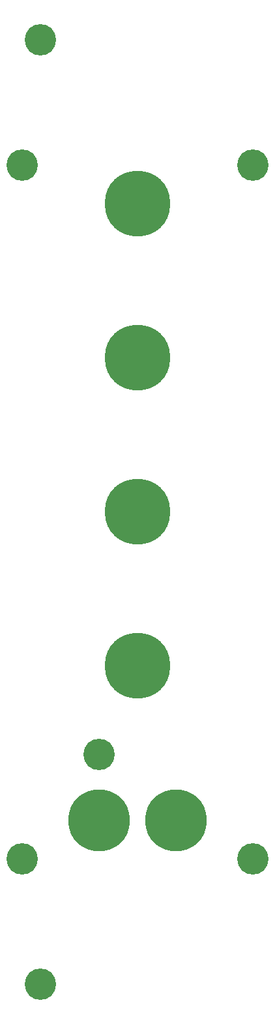
<source format=gtl>
G04 #@! TF.GenerationSoftware,KiCad,Pcbnew,(5.1.0)-1*
G04 #@! TF.CreationDate,2019-05-26T15:51:55-04:00*
G04 #@! TF.ProjectId,EG_Panel,45475f50-616e-4656-9c2e-6b696361645f,rev?*
G04 #@! TF.SameCoordinates,Original*
G04 #@! TF.FileFunction,Copper,L1,Top*
G04 #@! TF.FilePolarity,Positive*
%FSLAX46Y46*%
G04 Gerber Fmt 4.6, Leading zero omitted, Abs format (unit mm)*
G04 Created by KiCad (PCBNEW (5.1.0)-1) date 2019-05-26 15:51:55*
%MOMM*%
%LPD*%
G04 APERTURE LIST*
%ADD10C,4.064000*%
%ADD11C,8.500000*%
%ADD12C,8.000000*%
G04 APERTURE END LIST*
D10*
X37500000Y-33000000D03*
X65150000Y-139250000D03*
X45150000Y-125750000D03*
X35150000Y-139250000D03*
X37500000Y-155500000D03*
X65150000Y-49250000D03*
D11*
X50150000Y-54250000D03*
X50150000Y-114250000D03*
X50150000Y-74250000D03*
X50150000Y-94250000D03*
D12*
X45150000Y-134250000D03*
X55150000Y-134250000D03*
D10*
X35150000Y-49250000D03*
M02*

</source>
